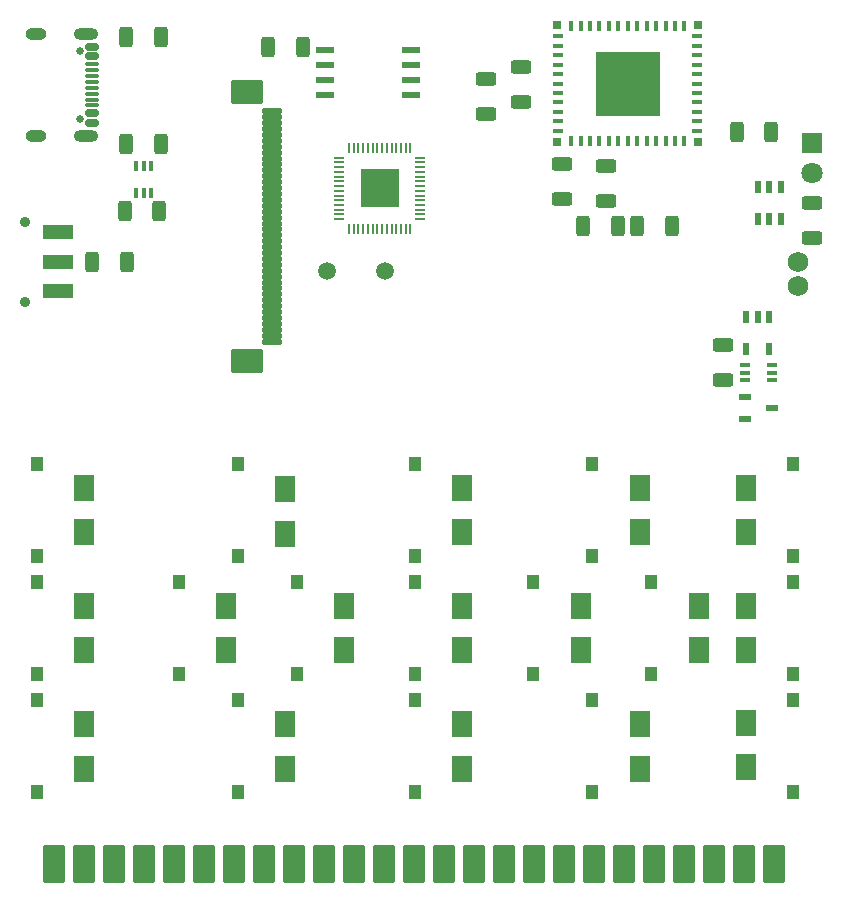
<source format=gts>
G04 #@! TF.GenerationSoftware,KiCad,Pcbnew,7.0.10*
G04 #@! TF.CreationDate,2024-02-13T11:50:05-05:00*
G04 #@! TF.ProjectId,prototype,70726f74-6f74-4797-9065-2e6b69636164,rev?*
G04 #@! TF.SameCoordinates,Original*
G04 #@! TF.FileFunction,Soldermask,Top*
G04 #@! TF.FilePolarity,Negative*
%FSLAX46Y46*%
G04 Gerber Fmt 4.6, Leading zero omitted, Abs format (unit mm)*
G04 Created by KiCad (PCBNEW 7.0.10) date 2024-02-13 11:50:05*
%MOMM*%
%LPD*%
G01*
G04 APERTURE LIST*
G04 Aperture macros list*
%AMRoundRect*
0 Rectangle with rounded corners*
0 $1 Rounding radius*
0 $2 $3 $4 $5 $6 $7 $8 $9 X,Y pos of 4 corners*
0 Add a 4 corners polygon primitive as box body*
4,1,4,$2,$3,$4,$5,$6,$7,$8,$9,$2,$3,0*
0 Add four circle primitives for the rounded corners*
1,1,$1+$1,$2,$3*
1,1,$1+$1,$4,$5*
1,1,$1+$1,$6,$7*
1,1,$1+$1,$8,$9*
0 Add four rect primitives between the rounded corners*
20,1,$1+$1,$2,$3,$4,$5,0*
20,1,$1+$1,$4,$5,$6,$7,0*
20,1,$1+$1,$6,$7,$8,$9,0*
20,1,$1+$1,$8,$9,$2,$3,0*%
G04 Aperture macros list end*
%ADD10R,1.800000X1.800000*%
%ADD11C,1.800000*%
%ADD12R,1.701800X2.173999*%
%ADD13R,1.000000X1.250000*%
%ADD14R,0.599999X1.000000*%
%ADD15RoundRect,0.250000X0.312500X0.625000X-0.312500X0.625000X-0.312500X-0.625000X0.312500X-0.625000X0*%
%ADD16RoundRect,0.250000X-0.625000X0.312500X-0.625000X-0.312500X0.625000X-0.312500X0.625000X0.312500X0*%
%ADD17RoundRect,0.102000X-0.819150X-1.500000X0.819150X-1.500000X0.819150X1.500000X-0.819150X1.500000X0*%
%ADD18R,2.500000X1.250000*%
%ADD19C,0.900000*%
%ADD20R,0.399999X0.850001*%
%ADD21RoundRect,0.250000X-0.312500X-0.625000X0.312500X-0.625000X0.312500X0.625000X-0.312500X0.625000X0*%
%ADD22R,1.117600X0.558800*%
%ADD23R,3.200000X3.200000*%
%ADD24RoundRect,0.050000X-0.050000X-0.387500X0.050000X-0.387500X0.050000X0.387500X-0.050000X0.387500X0*%
%ADD25RoundRect,0.050000X-0.387500X-0.050000X0.387500X-0.050000X0.387500X0.050000X-0.387500X0.050000X0*%
%ADD26R,1.524000X0.533400*%
%ADD27R,0.812800X0.406400*%
%ADD28R,0.406400X0.812800*%
%ADD29R,5.410200X5.410200*%
%ADD30R,0.711200X0.711200*%
%ADD31R,0.850001X0.399999*%
%ADD32RoundRect,0.102000X-0.725000X0.150000X-0.725000X-0.150000X0.725000X-0.150000X0.725000X0.150000X0*%
%ADD33RoundRect,0.102000X-1.250000X0.900000X-1.250000X-0.900000X1.250000X-0.900000X1.250000X0.900000X0*%
%ADD34C,1.500000*%
%ADD35O,1.800000X1.000000*%
%ADD36O,2.100000X1.000000*%
%ADD37RoundRect,0.075000X-0.500000X0.075000X-0.500000X-0.075000X0.500000X-0.075000X0.500000X0.075000X0*%
%ADD38RoundRect,0.150000X-0.425000X0.150000X-0.425000X-0.150000X0.425000X-0.150000X0.425000X0.150000X0*%
%ADD39C,0.650000*%
%ADD40C,1.750000*%
G04 APERTURE END LIST*
D10*
X88625000Y-30897500D03*
D11*
X88625000Y-33437500D03*
D12*
X27000000Y-80104900D03*
X27000000Y-83895100D03*
D13*
X70000000Y-65875000D03*
X70000000Y-58125000D03*
D14*
X84950001Y-45624999D03*
X84000000Y-45624999D03*
X83050002Y-45624999D03*
X83050002Y-48374999D03*
X84950001Y-48374999D03*
D15*
X30587500Y-41000000D03*
X27662500Y-41000000D03*
D16*
X81062500Y-48037500D03*
X81062500Y-50962500D03*
D13*
X23000000Y-65875000D03*
X23000000Y-58125000D03*
X35000000Y-75875000D03*
X35000000Y-68125000D03*
X55000000Y-75875000D03*
X55000000Y-68125000D03*
D15*
X85150000Y-30000000D03*
X82225000Y-30000000D03*
D13*
X87000000Y-75875000D03*
X87000000Y-68125000D03*
X55000000Y-65875000D03*
X55000000Y-58125000D03*
D17*
X24435000Y-91937500D03*
X24435000Y-91937500D03*
X26975000Y-91937500D03*
X29515000Y-91937500D03*
X32055000Y-91937500D03*
X34595000Y-91937500D03*
X37135000Y-91937500D03*
X39675000Y-91937500D03*
X42215000Y-91937500D03*
X44755000Y-91937500D03*
X47295000Y-91937500D03*
X49835000Y-91937500D03*
X52375000Y-91937500D03*
X54915000Y-91937500D03*
X57455000Y-91937500D03*
X59995000Y-91937500D03*
X62535000Y-91937500D03*
X65075000Y-91937500D03*
X67615000Y-91937500D03*
X70155000Y-91937500D03*
X72695000Y-91937500D03*
X75235000Y-91937500D03*
X77775000Y-91937500D03*
X80315000Y-91937500D03*
X82855000Y-91937500D03*
X85395000Y-91937500D03*
X85395000Y-91937500D03*
D13*
X55000000Y-78125000D03*
X55000000Y-85875000D03*
D18*
X24750000Y-43500000D03*
X24750000Y-41000000D03*
X24750000Y-38500000D03*
D19*
X22000000Y-44400000D03*
X22000000Y-37600000D03*
D12*
X59000000Y-73895100D03*
X59000000Y-70104900D03*
X79000000Y-73895100D03*
X79000000Y-70104900D03*
D13*
X87000000Y-65875000D03*
X87000000Y-58125000D03*
D20*
X32650001Y-32875001D03*
X32000000Y-32875001D03*
X31350001Y-32875001D03*
X31350001Y-35125002D03*
X32000000Y-35125002D03*
X32650001Y-35125002D03*
D21*
X69225000Y-37937500D03*
X72150000Y-37937500D03*
D22*
X82944900Y-52424999D03*
X82944900Y-54325001D03*
X85180100Y-53375000D03*
D16*
X64000000Y-24537500D03*
X64000000Y-27462500D03*
D12*
X59000000Y-80104900D03*
X59000000Y-83895100D03*
D13*
X45000000Y-75875000D03*
X45000000Y-68125000D03*
D12*
X27000000Y-73895100D03*
X27000000Y-70104900D03*
D13*
X23000000Y-78125000D03*
X23000000Y-85875000D03*
D12*
X39000000Y-73895100D03*
X39000000Y-70104900D03*
X69000000Y-73895100D03*
X69000000Y-70104900D03*
D16*
X71187500Y-32912500D03*
X71187500Y-35837500D03*
D14*
X84049999Y-37375001D03*
X85000000Y-37375001D03*
X85949998Y-37375001D03*
X85949998Y-34625001D03*
X85000000Y-34625001D03*
X84049999Y-34625001D03*
D12*
X74000000Y-80104900D03*
X74000000Y-83895100D03*
D23*
X52000000Y-34781250D03*
D24*
X49400000Y-31343750D03*
X49800000Y-31343750D03*
X50200000Y-31343750D03*
X50600000Y-31343750D03*
X51000000Y-31343750D03*
X51400000Y-31343750D03*
X51800000Y-31343750D03*
X52200000Y-31343750D03*
X52600000Y-31343750D03*
X53000000Y-31343750D03*
X53400000Y-31343750D03*
X53800000Y-31343750D03*
X54200000Y-31343750D03*
X54600000Y-31343750D03*
D25*
X55437500Y-32181250D03*
X55437500Y-32581250D03*
X55437500Y-32981250D03*
X55437500Y-33381250D03*
X55437500Y-33781250D03*
X55437500Y-34181250D03*
X55437500Y-34581250D03*
X55437500Y-34981250D03*
X55437500Y-35381250D03*
X55437500Y-35781250D03*
X55437500Y-36181250D03*
X55437500Y-36581250D03*
X55437500Y-36981250D03*
X55437500Y-37381250D03*
D24*
X54600000Y-38218750D03*
X54200000Y-38218750D03*
X53800000Y-38218750D03*
X53400000Y-38218750D03*
X53000000Y-38218750D03*
X52600000Y-38218750D03*
X52200000Y-38218750D03*
X51800000Y-38218750D03*
X51400000Y-38218750D03*
X51000000Y-38218750D03*
X50600000Y-38218750D03*
X50200000Y-38218750D03*
X49800000Y-38218750D03*
X49400000Y-38218750D03*
D25*
X48562500Y-37381250D03*
X48562500Y-36981250D03*
X48562500Y-36581250D03*
X48562500Y-36181250D03*
X48562500Y-35781250D03*
X48562500Y-35381250D03*
X48562500Y-34981250D03*
X48562500Y-34581250D03*
X48562500Y-34181250D03*
X48562500Y-33781250D03*
X48562500Y-33381250D03*
X48562500Y-32981250D03*
X48562500Y-32581250D03*
X48562500Y-32181250D03*
D26*
X47355100Y-23095000D03*
X47355100Y-24365000D03*
X47355100Y-25635000D03*
X47355100Y-26905000D03*
X54644900Y-26905000D03*
X54644900Y-25635000D03*
X54644900Y-24365000D03*
X54644900Y-23095000D03*
D13*
X87000000Y-78125000D03*
X87000000Y-85875000D03*
D12*
X44000000Y-64000000D03*
X44000000Y-60209800D03*
D27*
X67100002Y-21899501D03*
X67100002Y-22699601D03*
X67100002Y-23499701D03*
X67100002Y-24299801D03*
X67100002Y-25099901D03*
X67100002Y-25900001D03*
X67100002Y-26700101D03*
X67100002Y-27500201D03*
X67100002Y-28300301D03*
X67100002Y-29100401D03*
X67100002Y-29900501D03*
D28*
X68199400Y-30800001D03*
X68999500Y-30800001D03*
X69799600Y-30800001D03*
X70599700Y-30800001D03*
X71399800Y-30800001D03*
X72199900Y-30800001D03*
X73000000Y-30800001D03*
X73800100Y-30800001D03*
X74600200Y-30800001D03*
X75400300Y-30800001D03*
X76200400Y-30800001D03*
X77000500Y-30800001D03*
X77800600Y-30800001D03*
D27*
X78899998Y-29900501D03*
X78899998Y-29100401D03*
X78899998Y-28300301D03*
X78899998Y-27500201D03*
X78899998Y-26700101D03*
X78899998Y-25900001D03*
X78899998Y-25099901D03*
X78899998Y-24299801D03*
X78899998Y-23499701D03*
X78899998Y-22699601D03*
X78899998Y-21899501D03*
D28*
X77800600Y-21000000D03*
X77000500Y-21000000D03*
X76200400Y-21000000D03*
X75400300Y-21000000D03*
X74600200Y-21000000D03*
X73800100Y-21000000D03*
X73000000Y-21000000D03*
X72199900Y-21000000D03*
X71399800Y-21000000D03*
X70599700Y-21000000D03*
X69799600Y-21000000D03*
X68999500Y-21000000D03*
X68199400Y-21000000D03*
D29*
X73000000Y-25900001D03*
D30*
X78950788Y-30850806D03*
X78950788Y-20949200D03*
X67049212Y-30850806D03*
X67049212Y-20949200D03*
D31*
X82937501Y-49724999D03*
X82937501Y-50375000D03*
X82937501Y-51024999D03*
X85187502Y-51024999D03*
X85187502Y-50375000D03*
X85187502Y-49724999D03*
D16*
X88625000Y-36037500D03*
X88625000Y-38962500D03*
D12*
X59000000Y-63895100D03*
X59000000Y-60104900D03*
D13*
X65000000Y-75875000D03*
X65000000Y-68125000D03*
X70000000Y-78125000D03*
X70000000Y-85875000D03*
D15*
X33462500Y-31000000D03*
X30537500Y-31000000D03*
D12*
X74000000Y-63895100D03*
X74000000Y-60104900D03*
D15*
X76712500Y-37937500D03*
X73787500Y-37937500D03*
X33337500Y-36687500D03*
X30412500Y-36687500D03*
D32*
X42875000Y-28250000D03*
X42875000Y-28750000D03*
X42875000Y-29250000D03*
X42875000Y-29750000D03*
X42875000Y-30250000D03*
X42875000Y-30750000D03*
X42875000Y-31250000D03*
X42875000Y-31750000D03*
X42875000Y-32250000D03*
X42875000Y-32750000D03*
X42875000Y-33250000D03*
X42875000Y-33750000D03*
X42875000Y-34250000D03*
X42875000Y-34750000D03*
X42875000Y-35250000D03*
X42875000Y-35750000D03*
X42875000Y-36250000D03*
X42875000Y-36750000D03*
X42875000Y-37250000D03*
X42875000Y-37750000D03*
X42875000Y-38250000D03*
X42875000Y-38750000D03*
X42875000Y-39250000D03*
X42875000Y-39750000D03*
X42875000Y-40250000D03*
X42875000Y-40750000D03*
X42875000Y-41250000D03*
X42875000Y-41750000D03*
X42875000Y-42250000D03*
X42875000Y-42750000D03*
X42875000Y-43250000D03*
X42875000Y-43750000D03*
X42875000Y-44250000D03*
X42875000Y-44750000D03*
X42875000Y-45250000D03*
X42875000Y-45750000D03*
X42875000Y-46250000D03*
X42875000Y-46750000D03*
X42875000Y-47250000D03*
X42875000Y-47750000D03*
D33*
X40750000Y-26650000D03*
X40750000Y-49350000D03*
D12*
X27000000Y-63895100D03*
X27000000Y-60104900D03*
D34*
X47550000Y-41750000D03*
X52430000Y-41750000D03*
D12*
X49000000Y-73895100D03*
X49000000Y-70104900D03*
D16*
X67437500Y-32725000D03*
X67437500Y-35650000D03*
D15*
X45462500Y-22812500D03*
X42537500Y-22812500D03*
D12*
X83000000Y-73895100D03*
X83000000Y-70104900D03*
X83000000Y-80000000D03*
X83000000Y-83790200D03*
D21*
X30537500Y-22000000D03*
X33462500Y-22000000D03*
D12*
X83000000Y-63895100D03*
X83000000Y-60104900D03*
D13*
X40000000Y-78125000D03*
X40000000Y-85875000D03*
X23000000Y-75875000D03*
X23000000Y-68125000D03*
X40000000Y-65875000D03*
X40000000Y-58125000D03*
D16*
X61000000Y-25537500D03*
X61000000Y-28462500D03*
D12*
X44000000Y-80104900D03*
X44000000Y-83895100D03*
D35*
X22925000Y-30320000D03*
D36*
X27105000Y-30320000D03*
D35*
X22925000Y-21680000D03*
D36*
X27105000Y-21680000D03*
D37*
X27680000Y-24250000D03*
X27680000Y-25250000D03*
X27680000Y-26750000D03*
X27680000Y-27750000D03*
D38*
X27680000Y-28400000D03*
X27680000Y-29200000D03*
D37*
X27680000Y-27250000D03*
X27680000Y-26250000D03*
X27680000Y-25750000D03*
X27680000Y-24750000D03*
D38*
X27680000Y-23600000D03*
X27680000Y-22800000D03*
D39*
X26605000Y-28890000D03*
X26605000Y-23110000D03*
D13*
X75000000Y-75875000D03*
X75000000Y-68125000D03*
D40*
X87450000Y-43020000D03*
X87450000Y-41020000D03*
M02*

</source>
